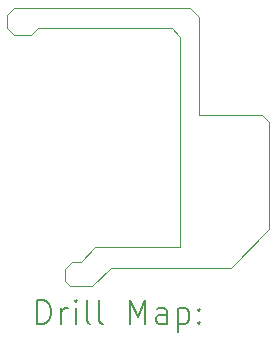
<source format=gbr>
%TF.GenerationSoftware,KiCad,Pcbnew,7.0.8*%
%TF.CreationDate,2025-05-01T09:06:43-04:00*%
%TF.ProjectId,trifalcon,74726966-616c-4636-9f6e-2e6b69636164,rev?*%
%TF.SameCoordinates,Original*%
%TF.FileFunction,Drillmap*%
%TF.FilePolarity,Positive*%
%FSLAX45Y45*%
G04 Gerber Fmt 4.5, Leading zero omitted, Abs format (unit mm)*
G04 Created by KiCad (PCBNEW 7.0.8) date 2025-05-01 09:06:43*
%MOMM*%
%LPD*%
G01*
G04 APERTURE LIST*
%ADD10C,0.100000*%
%ADD11C,0.200000*%
G04 APERTURE END LIST*
D10*
X4217021Y-1828179D02*
X4277360Y-1767840D01*
X4897120Y-3794760D02*
X5481320Y-3794760D01*
X4277360Y-1767840D02*
X5410200Y-1767840D01*
X4018218Y-1658590D02*
X4018218Y-1767840D01*
X4566920Y-3743960D02*
X4643120Y-3743960D01*
X4078315Y-1598493D02*
X5567680Y-1598493D01*
X4079338Y-1828179D02*
X4217021Y-1828179D01*
X5481320Y-1838960D02*
X5481320Y-3622040D01*
X4505960Y-3906520D02*
X4505960Y-3804920D01*
X5481320Y-3622040D02*
X4765040Y-3622040D01*
X4505960Y-3804920D02*
X4566755Y-3744125D01*
X5567680Y-1598493D02*
X5638800Y-1669613D01*
X4739499Y-3952381D02*
X4897120Y-3794760D01*
X6177280Y-2499360D02*
X5638800Y-2499360D01*
X5638800Y-2499360D02*
X5638800Y-1669748D01*
X5913120Y-3794760D02*
X5481320Y-3794760D01*
X6238240Y-3469640D02*
X6238240Y-2560320D01*
X4765040Y-3622040D02*
X4643120Y-3743960D01*
X4552151Y-3952782D02*
X4739640Y-3952782D01*
X4079338Y-1828179D02*
X4018218Y-1767059D01*
X5913120Y-3794760D02*
X6238240Y-3469640D01*
X5410200Y-1767840D02*
X5481353Y-1838993D01*
X6177280Y-2499360D02*
X6238240Y-2560320D01*
X4078315Y-1598493D02*
X4018218Y-1658590D01*
X4552151Y-3952782D02*
X4506160Y-3906791D01*
D11*
X4273995Y-4269266D02*
X4273995Y-4069266D01*
X4273995Y-4069266D02*
X4321614Y-4069266D01*
X4321614Y-4069266D02*
X4350186Y-4078789D01*
X4350186Y-4078789D02*
X4369233Y-4097837D01*
X4369233Y-4097837D02*
X4378757Y-4116885D01*
X4378757Y-4116885D02*
X4388281Y-4154980D01*
X4388281Y-4154980D02*
X4388281Y-4183551D01*
X4388281Y-4183551D02*
X4378757Y-4221647D01*
X4378757Y-4221647D02*
X4369233Y-4240694D01*
X4369233Y-4240694D02*
X4350186Y-4259742D01*
X4350186Y-4259742D02*
X4321614Y-4269266D01*
X4321614Y-4269266D02*
X4273995Y-4269266D01*
X4473995Y-4269266D02*
X4473995Y-4135932D01*
X4473995Y-4174027D02*
X4483519Y-4154980D01*
X4483519Y-4154980D02*
X4493043Y-4145456D01*
X4493043Y-4145456D02*
X4512091Y-4135932D01*
X4512091Y-4135932D02*
X4531138Y-4135932D01*
X4597805Y-4269266D02*
X4597805Y-4135932D01*
X4597805Y-4069266D02*
X4588281Y-4078789D01*
X4588281Y-4078789D02*
X4597805Y-4088313D01*
X4597805Y-4088313D02*
X4607329Y-4078789D01*
X4607329Y-4078789D02*
X4597805Y-4069266D01*
X4597805Y-4069266D02*
X4597805Y-4088313D01*
X4721614Y-4269266D02*
X4702567Y-4259742D01*
X4702567Y-4259742D02*
X4693043Y-4240694D01*
X4693043Y-4240694D02*
X4693043Y-4069266D01*
X4826376Y-4269266D02*
X4807329Y-4259742D01*
X4807329Y-4259742D02*
X4797805Y-4240694D01*
X4797805Y-4240694D02*
X4797805Y-4069266D01*
X5054948Y-4269266D02*
X5054948Y-4069266D01*
X5054948Y-4069266D02*
X5121614Y-4212123D01*
X5121614Y-4212123D02*
X5188281Y-4069266D01*
X5188281Y-4069266D02*
X5188281Y-4269266D01*
X5369233Y-4269266D02*
X5369233Y-4164504D01*
X5369233Y-4164504D02*
X5359710Y-4145456D01*
X5359710Y-4145456D02*
X5340662Y-4135932D01*
X5340662Y-4135932D02*
X5302567Y-4135932D01*
X5302567Y-4135932D02*
X5283519Y-4145456D01*
X5369233Y-4259742D02*
X5350186Y-4269266D01*
X5350186Y-4269266D02*
X5302567Y-4269266D01*
X5302567Y-4269266D02*
X5283519Y-4259742D01*
X5283519Y-4259742D02*
X5273995Y-4240694D01*
X5273995Y-4240694D02*
X5273995Y-4221647D01*
X5273995Y-4221647D02*
X5283519Y-4202599D01*
X5283519Y-4202599D02*
X5302567Y-4193075D01*
X5302567Y-4193075D02*
X5350186Y-4193075D01*
X5350186Y-4193075D02*
X5369233Y-4183551D01*
X5464472Y-4135932D02*
X5464472Y-4335932D01*
X5464472Y-4145456D02*
X5483519Y-4135932D01*
X5483519Y-4135932D02*
X5521614Y-4135932D01*
X5521614Y-4135932D02*
X5540662Y-4145456D01*
X5540662Y-4145456D02*
X5550186Y-4154980D01*
X5550186Y-4154980D02*
X5559710Y-4174027D01*
X5559710Y-4174027D02*
X5559710Y-4231170D01*
X5559710Y-4231170D02*
X5550186Y-4250218D01*
X5550186Y-4250218D02*
X5540662Y-4259742D01*
X5540662Y-4259742D02*
X5521614Y-4269266D01*
X5521614Y-4269266D02*
X5483519Y-4269266D01*
X5483519Y-4269266D02*
X5464472Y-4259742D01*
X5645424Y-4250218D02*
X5654948Y-4259742D01*
X5654948Y-4259742D02*
X5645424Y-4269266D01*
X5645424Y-4269266D02*
X5635900Y-4259742D01*
X5635900Y-4259742D02*
X5645424Y-4250218D01*
X5645424Y-4250218D02*
X5645424Y-4269266D01*
X5645424Y-4145456D02*
X5654948Y-4154980D01*
X5654948Y-4154980D02*
X5645424Y-4164504D01*
X5645424Y-4164504D02*
X5635900Y-4154980D01*
X5635900Y-4154980D02*
X5645424Y-4145456D01*
X5645424Y-4145456D02*
X5645424Y-4164504D01*
M02*

</source>
